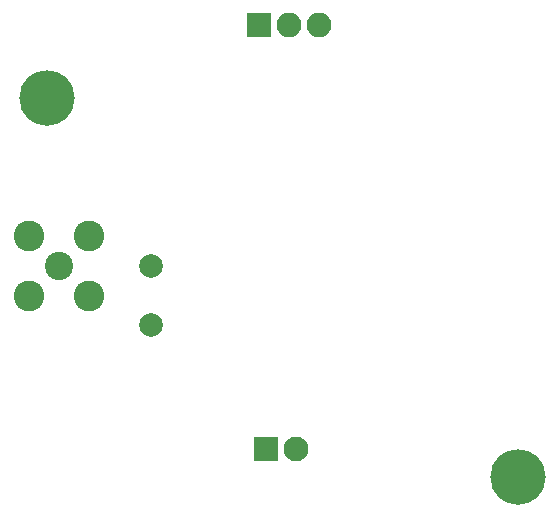
<source format=gbr>
G04 #@! TF.FileFunction,Soldermask,Bot*
%FSLAX46Y46*%
G04 Gerber Fmt 4.6, Leading zero omitted, Abs format (unit mm)*
G04 Created by KiCad (PCBNEW 4.0.6) date 12/17/18 09:49:15*
%MOMM*%
%LPD*%
G01*
G04 APERTURE LIST*
%ADD10C,0.100000*%
%ADD11C,2.100000*%
%ADD12R,2.100000X2.100000*%
%ADD13C,2.600000*%
%ADD14C,2.400000*%
%ADD15O,2.100000X2.100000*%
%ADD16C,2.000000*%
%ADD17C,4.700000*%
G04 APERTURE END LIST*
D10*
D11*
X132350000Y-79250000D03*
D12*
X129790000Y-79250000D03*
D13*
X109710000Y-66290000D03*
X109710000Y-61210000D03*
X114790000Y-61210000D03*
X114790000Y-66290000D03*
D14*
X112250000Y-63750000D03*
D12*
X129170000Y-43350000D03*
D15*
X131710000Y-43350000D03*
X134250000Y-43350000D03*
D16*
X120050000Y-63750000D03*
X120050000Y-68750000D03*
D17*
X151150000Y-81650000D03*
X111250000Y-49550000D03*
M02*

</source>
